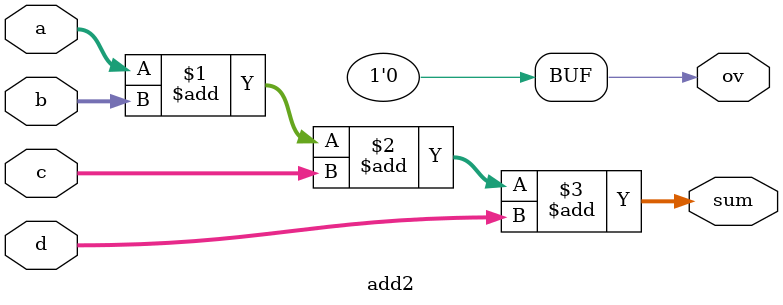
<source format=v>
module add2(a, b, c, d, sum, ov);

	input [3:0] a, b, c, d;
	output [4:0] sum;
	output ov;
	
	assign sum = a + b + c + d;
	assign ov = 1'b0;
		
endmodule


</source>
